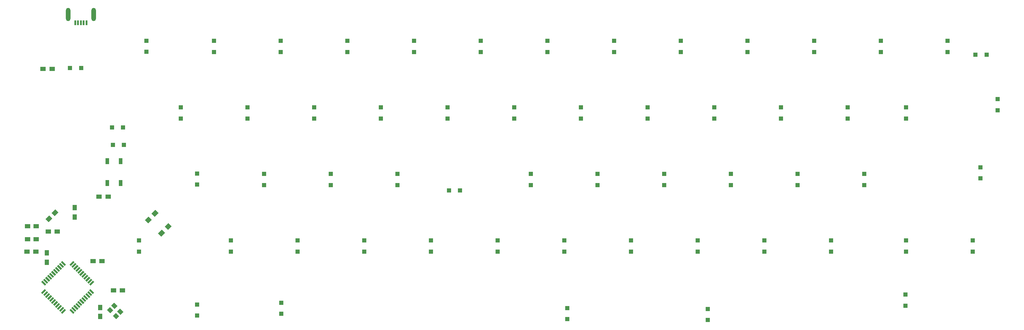
<source format=gbp>
G04 #@! TF.FileFunction,Paste,Bot*
%FSLAX46Y46*%
G04 Gerber Fmt 4.6, Leading zero omitted, Abs format (unit mm)*
G04 Created by KiCad (PCBNEW 4.0.6) date 05/05/17 19:14:25*
%MOMM*%
%LPD*%
G01*
G04 APERTURE LIST*
%ADD10C,0.100000*%
%ADD11R,1.500000X1.250000*%
%ADD12R,1.250000X1.500000*%
%ADD13R,1.200000X1.200000*%
%ADD14R,0.500000X1.400000*%
%ADD15O,1.300000X3.800000*%
%ADD16R,1.500000X1.300000*%
%ADD17R,1.300000X1.500000*%
%ADD18R,1.000000X1.700000*%
G04 APERTURE END LIST*
D10*
G36*
X83537958Y-170916280D02*
X83926866Y-171305188D01*
X82866206Y-172365848D01*
X82477298Y-171976940D01*
X83537958Y-170916280D01*
X83537958Y-170916280D01*
G37*
G36*
X84103643Y-171481966D02*
X84492551Y-171870874D01*
X83431891Y-172931534D01*
X83042983Y-172542626D01*
X84103643Y-171481966D01*
X84103643Y-171481966D01*
G37*
G36*
X84669328Y-172047651D02*
X85058236Y-172436559D01*
X83997576Y-173497219D01*
X83608668Y-173108311D01*
X84669328Y-172047651D01*
X84669328Y-172047651D01*
G37*
G36*
X85235014Y-172613336D02*
X85623922Y-173002244D01*
X84563262Y-174062904D01*
X84174354Y-173673996D01*
X85235014Y-172613336D01*
X85235014Y-172613336D01*
G37*
G36*
X85800699Y-173179022D02*
X86189607Y-173567930D01*
X85128947Y-174628590D01*
X84740039Y-174239682D01*
X85800699Y-173179022D01*
X85800699Y-173179022D01*
G37*
G36*
X86366385Y-173744707D02*
X86755293Y-174133615D01*
X85694633Y-175194275D01*
X85305725Y-174805367D01*
X86366385Y-173744707D01*
X86366385Y-173744707D01*
G37*
G36*
X86932070Y-174310393D02*
X87320978Y-174699301D01*
X86260318Y-175759961D01*
X85871410Y-175371053D01*
X86932070Y-174310393D01*
X86932070Y-174310393D01*
G37*
G36*
X87497756Y-174876078D02*
X87886664Y-175264986D01*
X86826004Y-176325646D01*
X86437096Y-175936738D01*
X87497756Y-174876078D01*
X87497756Y-174876078D01*
G37*
G36*
X88063441Y-175441764D02*
X88452349Y-175830672D01*
X87391689Y-176891332D01*
X87002781Y-176502424D01*
X88063441Y-175441764D01*
X88063441Y-175441764D01*
G37*
G36*
X88629126Y-176007449D02*
X89018034Y-176396357D01*
X87957374Y-177457017D01*
X87568466Y-177068109D01*
X88629126Y-176007449D01*
X88629126Y-176007449D01*
G37*
G36*
X89194812Y-176573134D02*
X89583720Y-176962042D01*
X88523060Y-178022702D01*
X88134152Y-177633794D01*
X89194812Y-176573134D01*
X89194812Y-176573134D01*
G37*
G36*
X89583720Y-180037958D02*
X89194812Y-180426866D01*
X88134152Y-179366206D01*
X88523060Y-178977298D01*
X89583720Y-180037958D01*
X89583720Y-180037958D01*
G37*
G36*
X89018034Y-180603643D02*
X88629126Y-180992551D01*
X87568466Y-179931891D01*
X87957374Y-179542983D01*
X89018034Y-180603643D01*
X89018034Y-180603643D01*
G37*
G36*
X88452349Y-181169328D02*
X88063441Y-181558236D01*
X87002781Y-180497576D01*
X87391689Y-180108668D01*
X88452349Y-181169328D01*
X88452349Y-181169328D01*
G37*
G36*
X87886664Y-181735014D02*
X87497756Y-182123922D01*
X86437096Y-181063262D01*
X86826004Y-180674354D01*
X87886664Y-181735014D01*
X87886664Y-181735014D01*
G37*
G36*
X87320978Y-182300699D02*
X86932070Y-182689607D01*
X85871410Y-181628947D01*
X86260318Y-181240039D01*
X87320978Y-182300699D01*
X87320978Y-182300699D01*
G37*
G36*
X86755293Y-182866385D02*
X86366385Y-183255293D01*
X85305725Y-182194633D01*
X85694633Y-181805725D01*
X86755293Y-182866385D01*
X86755293Y-182866385D01*
G37*
G36*
X86189607Y-183432070D02*
X85800699Y-183820978D01*
X84740039Y-182760318D01*
X85128947Y-182371410D01*
X86189607Y-183432070D01*
X86189607Y-183432070D01*
G37*
G36*
X85623922Y-183997756D02*
X85235014Y-184386664D01*
X84174354Y-183326004D01*
X84563262Y-182937096D01*
X85623922Y-183997756D01*
X85623922Y-183997756D01*
G37*
G36*
X85058236Y-184563441D02*
X84669328Y-184952349D01*
X83608668Y-183891689D01*
X83997576Y-183502781D01*
X85058236Y-184563441D01*
X85058236Y-184563441D01*
G37*
G36*
X84492551Y-185129126D02*
X84103643Y-185518034D01*
X83042983Y-184457374D01*
X83431891Y-184068466D01*
X84492551Y-185129126D01*
X84492551Y-185129126D01*
G37*
G36*
X83926866Y-185694812D02*
X83537958Y-186083720D01*
X82477298Y-185023060D01*
X82866206Y-184634152D01*
X83926866Y-185694812D01*
X83926866Y-185694812D01*
G37*
G36*
X81133794Y-184634152D02*
X81522702Y-185023060D01*
X80462042Y-186083720D01*
X80073134Y-185694812D01*
X81133794Y-184634152D01*
X81133794Y-184634152D01*
G37*
G36*
X80568109Y-184068466D02*
X80957017Y-184457374D01*
X79896357Y-185518034D01*
X79507449Y-185129126D01*
X80568109Y-184068466D01*
X80568109Y-184068466D01*
G37*
G36*
X80002424Y-183502781D02*
X80391332Y-183891689D01*
X79330672Y-184952349D01*
X78941764Y-184563441D01*
X80002424Y-183502781D01*
X80002424Y-183502781D01*
G37*
G36*
X79436738Y-182937096D02*
X79825646Y-183326004D01*
X78764986Y-184386664D01*
X78376078Y-183997756D01*
X79436738Y-182937096D01*
X79436738Y-182937096D01*
G37*
G36*
X78871053Y-182371410D02*
X79259961Y-182760318D01*
X78199301Y-183820978D01*
X77810393Y-183432070D01*
X78871053Y-182371410D01*
X78871053Y-182371410D01*
G37*
G36*
X78305367Y-181805725D02*
X78694275Y-182194633D01*
X77633615Y-183255293D01*
X77244707Y-182866385D01*
X78305367Y-181805725D01*
X78305367Y-181805725D01*
G37*
G36*
X77739682Y-181240039D02*
X78128590Y-181628947D01*
X77067930Y-182689607D01*
X76679022Y-182300699D01*
X77739682Y-181240039D01*
X77739682Y-181240039D01*
G37*
G36*
X77173996Y-180674354D02*
X77562904Y-181063262D01*
X76502244Y-182123922D01*
X76113336Y-181735014D01*
X77173996Y-180674354D01*
X77173996Y-180674354D01*
G37*
G36*
X76608311Y-180108668D02*
X76997219Y-180497576D01*
X75936559Y-181558236D01*
X75547651Y-181169328D01*
X76608311Y-180108668D01*
X76608311Y-180108668D01*
G37*
G36*
X76042626Y-179542983D02*
X76431534Y-179931891D01*
X75370874Y-180992551D01*
X74981966Y-180603643D01*
X76042626Y-179542983D01*
X76042626Y-179542983D01*
G37*
G36*
X75476940Y-178977298D02*
X75865848Y-179366206D01*
X74805188Y-180426866D01*
X74416280Y-180037958D01*
X75476940Y-178977298D01*
X75476940Y-178977298D01*
G37*
G36*
X75865848Y-177633794D02*
X75476940Y-178022702D01*
X74416280Y-176962042D01*
X74805188Y-176573134D01*
X75865848Y-177633794D01*
X75865848Y-177633794D01*
G37*
G36*
X76431534Y-177068109D02*
X76042626Y-177457017D01*
X74981966Y-176396357D01*
X75370874Y-176007449D01*
X76431534Y-177068109D01*
X76431534Y-177068109D01*
G37*
G36*
X76997219Y-176502424D02*
X76608311Y-176891332D01*
X75547651Y-175830672D01*
X75936559Y-175441764D01*
X76997219Y-176502424D01*
X76997219Y-176502424D01*
G37*
G36*
X77562904Y-175936738D02*
X77173996Y-176325646D01*
X76113336Y-175264986D01*
X76502244Y-174876078D01*
X77562904Y-175936738D01*
X77562904Y-175936738D01*
G37*
G36*
X78128590Y-175371053D02*
X77739682Y-175759961D01*
X76679022Y-174699301D01*
X77067930Y-174310393D01*
X78128590Y-175371053D01*
X78128590Y-175371053D01*
G37*
G36*
X78694275Y-174805367D02*
X78305367Y-175194275D01*
X77244707Y-174133615D01*
X77633615Y-173744707D01*
X78694275Y-174805367D01*
X78694275Y-174805367D01*
G37*
G36*
X79259961Y-174239682D02*
X78871053Y-174628590D01*
X77810393Y-173567930D01*
X78199301Y-173179022D01*
X79259961Y-174239682D01*
X79259961Y-174239682D01*
G37*
G36*
X79825646Y-173673996D02*
X79436738Y-174062904D01*
X78376078Y-173002244D01*
X78764986Y-172613336D01*
X79825646Y-173673996D01*
X79825646Y-173673996D01*
G37*
G36*
X80391332Y-173108311D02*
X80002424Y-173497219D01*
X78941764Y-172436559D01*
X79330672Y-172047651D01*
X80391332Y-173108311D01*
X80391332Y-173108311D01*
G37*
G36*
X80957017Y-172542626D02*
X80568109Y-172931534D01*
X79507449Y-171870874D01*
X79896357Y-171481966D01*
X80957017Y-172542626D01*
X80957017Y-172542626D01*
G37*
G36*
X81522702Y-171976940D02*
X81133794Y-172365848D01*
X80073134Y-171305188D01*
X80462042Y-170916280D01*
X81522702Y-171976940D01*
X81522702Y-171976940D01*
G37*
D11*
X97600000Y-179350000D03*
X95100000Y-179350000D03*
D12*
X91275000Y-186800000D03*
X91275000Y-184300000D03*
D11*
X70375000Y-168325000D03*
X72875000Y-168325000D03*
D10*
G36*
X78472271Y-156143845D02*
X79356155Y-157027729D01*
X78295495Y-158088389D01*
X77411611Y-157204505D01*
X78472271Y-156143845D01*
X78472271Y-156143845D01*
G37*
G36*
X76704505Y-157911611D02*
X77588389Y-158795495D01*
X76527729Y-159856155D01*
X75643845Y-158972271D01*
X76704505Y-157911611D01*
X76704505Y-157911611D01*
G37*
D11*
X70500000Y-161000000D03*
X73000000Y-161000000D03*
X79000000Y-162500000D03*
X76500000Y-162500000D03*
X70500000Y-164750000D03*
X73000000Y-164750000D03*
X89250000Y-171000000D03*
X91750000Y-171000000D03*
D13*
X82675000Y-115750000D03*
X85825000Y-115750000D03*
X104500000Y-107925000D03*
X104500000Y-111075000D03*
X123825000Y-107962500D03*
X123825000Y-111112500D03*
X142875000Y-107962500D03*
X142875000Y-111112500D03*
X161925000Y-107962500D03*
X161925000Y-111112500D03*
X180975000Y-107962500D03*
X180975000Y-111112500D03*
X200025000Y-107962500D03*
X200025000Y-111112500D03*
X219075000Y-107962500D03*
X219075000Y-111112500D03*
X238125000Y-107962500D03*
X238125000Y-111112500D03*
X257175000Y-107962500D03*
X257175000Y-111112500D03*
X276225000Y-107962500D03*
X276225000Y-111112500D03*
X295275000Y-107962500D03*
X295275000Y-111112500D03*
X314325000Y-107962500D03*
X314325000Y-111112500D03*
X94675000Y-132750000D03*
X97825000Y-132750000D03*
X114300000Y-127012500D03*
X114300000Y-130162500D03*
X133350000Y-127012500D03*
X133350000Y-130162500D03*
X152400000Y-127012500D03*
X152400000Y-130162500D03*
X171450000Y-127012500D03*
X171450000Y-130162500D03*
X190500000Y-127012500D03*
X190500000Y-130162500D03*
X209550000Y-127012500D03*
X209550000Y-130162500D03*
X228600000Y-127012500D03*
X228600000Y-130162500D03*
X247650000Y-127012500D03*
X247650000Y-130162500D03*
X266700000Y-127012500D03*
X266700000Y-130162500D03*
X285750000Y-127012500D03*
X285750000Y-130162500D03*
X304800000Y-127012500D03*
X304800000Y-130162500D03*
X321468750Y-127012500D03*
X321468750Y-130162500D03*
X94925000Y-137750000D03*
X98075000Y-137750000D03*
X119000000Y-145925000D03*
X119000000Y-149075000D03*
X138112500Y-146062500D03*
X138112500Y-149212500D03*
X157162500Y-146062500D03*
X157162500Y-149212500D03*
X176212500Y-146062500D03*
X176212500Y-149212500D03*
X190900000Y-150800000D03*
X194050000Y-150800000D03*
X214312500Y-146062500D03*
X214312500Y-149212500D03*
X233362500Y-146062500D03*
X233362500Y-149212500D03*
X252412500Y-146062500D03*
X252412500Y-149212500D03*
X271462500Y-146062500D03*
X271462500Y-149212500D03*
X290512500Y-146062500D03*
X290512500Y-149212500D03*
X309562500Y-146062500D03*
X309562500Y-149212500D03*
X342750000Y-144175000D03*
X342750000Y-147325000D03*
X102393750Y-165112500D03*
X102393750Y-168262500D03*
X128587500Y-165112500D03*
X128587500Y-168262500D03*
X147637500Y-165112500D03*
X147637500Y-168262500D03*
X166687500Y-165112500D03*
X166687500Y-168262500D03*
X185737500Y-165112500D03*
X185737500Y-168262500D03*
X204787500Y-165112500D03*
X204787500Y-168262500D03*
X223837500Y-165112500D03*
X223837500Y-168262500D03*
X242887500Y-165112500D03*
X242887500Y-168262500D03*
X261937500Y-165112500D03*
X261937500Y-168262500D03*
X280987500Y-165112500D03*
X280987500Y-168262500D03*
X300037500Y-165112500D03*
X300037500Y-168262500D03*
X321468750Y-165112500D03*
X321468750Y-168262500D03*
X340518750Y-165112500D03*
X340518750Y-168262500D03*
X119000000Y-183425000D03*
X119000000Y-186575000D03*
X143000000Y-182925000D03*
X143000000Y-186075000D03*
X224750000Y-184425000D03*
X224750000Y-187575000D03*
X264875000Y-184725000D03*
X264875000Y-187875000D03*
X321325000Y-180600000D03*
X321325000Y-183750000D03*
X344475000Y-111918750D03*
X341325000Y-111918750D03*
X333375000Y-107962500D03*
X333375000Y-111112500D03*
X347662500Y-124631250D03*
X347662500Y-127781250D03*
D14*
X84150000Y-102750000D03*
X84950000Y-102750000D03*
X85750000Y-102750000D03*
X86550000Y-102750000D03*
X87350000Y-102750000D03*
D15*
X82100000Y-100350000D03*
X89400000Y-100350000D03*
D16*
X90900000Y-152500000D03*
X93600000Y-152500000D03*
D17*
X76000000Y-171350000D03*
X76000000Y-168650000D03*
D10*
G36*
X104974695Y-160194543D02*
X104055457Y-159275305D01*
X105116117Y-158214645D01*
X106035355Y-159133883D01*
X104974695Y-160194543D01*
X104974695Y-160194543D01*
G37*
G36*
X106883883Y-158285355D02*
X105964645Y-157366117D01*
X107025305Y-156305457D01*
X107944543Y-157224695D01*
X106883883Y-158285355D01*
X106883883Y-158285355D01*
G37*
G36*
X110775305Y-160055457D02*
X111694543Y-160974695D01*
X110633883Y-162035355D01*
X109714645Y-161116117D01*
X110775305Y-160055457D01*
X110775305Y-160055457D01*
G37*
G36*
X108866117Y-161964645D02*
X109785355Y-162883883D01*
X108724695Y-163944543D01*
X107805457Y-163025305D01*
X108866117Y-161964645D01*
X108866117Y-161964645D01*
G37*
D18*
X97150000Y-148650000D03*
X97150000Y-142350000D03*
X93350000Y-148650000D03*
X93350000Y-142350000D03*
D10*
G36*
X93181192Y-184931802D02*
X94029720Y-184083274D01*
X95019670Y-185073224D01*
X94171142Y-185921752D01*
X93181192Y-184931802D01*
X93181192Y-184931802D01*
G37*
G36*
X94878248Y-186628858D02*
X95726776Y-185780330D01*
X96716726Y-186770280D01*
X95868198Y-187618808D01*
X94878248Y-186628858D01*
X94878248Y-186628858D01*
G37*
G36*
X94383274Y-183729720D02*
X95231802Y-182881192D01*
X96221752Y-183871142D01*
X95373224Y-184719670D01*
X94383274Y-183729720D01*
X94383274Y-183729720D01*
G37*
G36*
X96080330Y-185426776D02*
X96928858Y-184578248D01*
X97918808Y-185568198D01*
X97070280Y-186416726D01*
X96080330Y-185426776D01*
X96080330Y-185426776D01*
G37*
D16*
X74900000Y-116000000D03*
X77600000Y-116000000D03*
D17*
X84000000Y-158350000D03*
X84000000Y-155650000D03*
M02*

</source>
